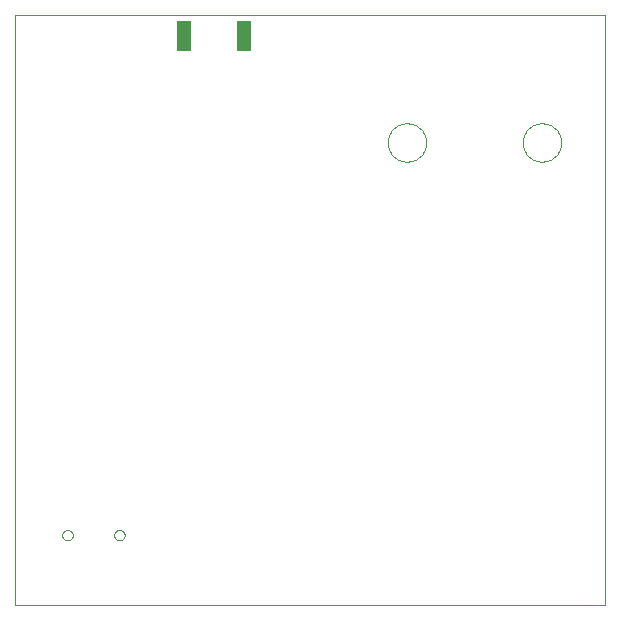
<source format=gbp>
G75*
G70*
%OFA0B0*%
%FSLAX24Y24*%
%IPPOS*%
%LPD*%
%AMOC8*
5,1,8,0,0,1.08239X$1,22.5*
%
%ADD10C,0.0000*%
%ADD11R,0.0500X0.1000*%
D10*
X000877Y000978D02*
X000877Y020663D01*
X020562Y020663D01*
X020562Y000978D01*
X000877Y000978D01*
X002456Y003313D02*
X002458Y003339D01*
X002464Y003365D01*
X002474Y003390D01*
X002487Y003413D01*
X002503Y003433D01*
X002523Y003451D01*
X002545Y003466D01*
X002568Y003478D01*
X002594Y003486D01*
X002620Y003490D01*
X002646Y003490D01*
X002672Y003486D01*
X002698Y003478D01*
X002722Y003466D01*
X002743Y003451D01*
X002763Y003433D01*
X002779Y003413D01*
X002792Y003390D01*
X002802Y003365D01*
X002808Y003339D01*
X002810Y003313D01*
X002808Y003287D01*
X002802Y003261D01*
X002792Y003236D01*
X002779Y003213D01*
X002763Y003193D01*
X002743Y003175D01*
X002721Y003160D01*
X002698Y003148D01*
X002672Y003140D01*
X002646Y003136D01*
X002620Y003136D01*
X002594Y003140D01*
X002568Y003148D01*
X002544Y003160D01*
X002523Y003175D01*
X002503Y003193D01*
X002487Y003213D01*
X002474Y003236D01*
X002464Y003261D01*
X002458Y003287D01*
X002456Y003313D01*
X004188Y003313D02*
X004190Y003339D01*
X004196Y003365D01*
X004206Y003390D01*
X004219Y003413D01*
X004235Y003433D01*
X004255Y003451D01*
X004277Y003466D01*
X004300Y003478D01*
X004326Y003486D01*
X004352Y003490D01*
X004378Y003490D01*
X004404Y003486D01*
X004430Y003478D01*
X004454Y003466D01*
X004475Y003451D01*
X004495Y003433D01*
X004511Y003413D01*
X004524Y003390D01*
X004534Y003365D01*
X004540Y003339D01*
X004542Y003313D01*
X004540Y003287D01*
X004534Y003261D01*
X004524Y003236D01*
X004511Y003213D01*
X004495Y003193D01*
X004475Y003175D01*
X004453Y003160D01*
X004430Y003148D01*
X004404Y003140D01*
X004378Y003136D01*
X004352Y003136D01*
X004326Y003140D01*
X004300Y003148D01*
X004276Y003160D01*
X004255Y003175D01*
X004235Y003193D01*
X004219Y003213D01*
X004206Y003236D01*
X004196Y003261D01*
X004190Y003287D01*
X004188Y003313D01*
X013310Y016402D02*
X013312Y016452D01*
X013318Y016502D01*
X013328Y016551D01*
X013341Y016600D01*
X013359Y016647D01*
X013380Y016693D01*
X013404Y016736D01*
X013432Y016778D01*
X013463Y016818D01*
X013497Y016855D01*
X013534Y016889D01*
X013574Y016920D01*
X013616Y016948D01*
X013659Y016972D01*
X013705Y016993D01*
X013752Y017011D01*
X013801Y017024D01*
X013850Y017034D01*
X013900Y017040D01*
X013950Y017042D01*
X014000Y017040D01*
X014050Y017034D01*
X014099Y017024D01*
X014148Y017011D01*
X014195Y016993D01*
X014241Y016972D01*
X014284Y016948D01*
X014326Y016920D01*
X014366Y016889D01*
X014403Y016855D01*
X014437Y016818D01*
X014468Y016778D01*
X014496Y016736D01*
X014520Y016693D01*
X014541Y016647D01*
X014559Y016600D01*
X014572Y016551D01*
X014582Y016502D01*
X014588Y016452D01*
X014590Y016402D01*
X014588Y016352D01*
X014582Y016302D01*
X014572Y016253D01*
X014559Y016204D01*
X014541Y016157D01*
X014520Y016111D01*
X014496Y016068D01*
X014468Y016026D01*
X014437Y015986D01*
X014403Y015949D01*
X014366Y015915D01*
X014326Y015884D01*
X014284Y015856D01*
X014241Y015832D01*
X014195Y015811D01*
X014148Y015793D01*
X014099Y015780D01*
X014050Y015770D01*
X014000Y015764D01*
X013950Y015762D01*
X013900Y015764D01*
X013850Y015770D01*
X013801Y015780D01*
X013752Y015793D01*
X013705Y015811D01*
X013659Y015832D01*
X013616Y015856D01*
X013574Y015884D01*
X013534Y015915D01*
X013497Y015949D01*
X013463Y015986D01*
X013432Y016026D01*
X013404Y016068D01*
X013380Y016111D01*
X013359Y016157D01*
X013341Y016204D01*
X013328Y016253D01*
X013318Y016302D01*
X013312Y016352D01*
X013310Y016402D01*
X017810Y016402D02*
X017812Y016452D01*
X017818Y016502D01*
X017828Y016551D01*
X017841Y016600D01*
X017859Y016647D01*
X017880Y016693D01*
X017904Y016736D01*
X017932Y016778D01*
X017963Y016818D01*
X017997Y016855D01*
X018034Y016889D01*
X018074Y016920D01*
X018116Y016948D01*
X018159Y016972D01*
X018205Y016993D01*
X018252Y017011D01*
X018301Y017024D01*
X018350Y017034D01*
X018400Y017040D01*
X018450Y017042D01*
X018500Y017040D01*
X018550Y017034D01*
X018599Y017024D01*
X018648Y017011D01*
X018695Y016993D01*
X018741Y016972D01*
X018784Y016948D01*
X018826Y016920D01*
X018866Y016889D01*
X018903Y016855D01*
X018937Y016818D01*
X018968Y016778D01*
X018996Y016736D01*
X019020Y016693D01*
X019041Y016647D01*
X019059Y016600D01*
X019072Y016551D01*
X019082Y016502D01*
X019088Y016452D01*
X019090Y016402D01*
X019088Y016352D01*
X019082Y016302D01*
X019072Y016253D01*
X019059Y016204D01*
X019041Y016157D01*
X019020Y016111D01*
X018996Y016068D01*
X018968Y016026D01*
X018937Y015986D01*
X018903Y015949D01*
X018866Y015915D01*
X018826Y015884D01*
X018784Y015856D01*
X018741Y015832D01*
X018695Y015811D01*
X018648Y015793D01*
X018599Y015780D01*
X018550Y015770D01*
X018500Y015764D01*
X018450Y015762D01*
X018400Y015764D01*
X018350Y015770D01*
X018301Y015780D01*
X018252Y015793D01*
X018205Y015811D01*
X018159Y015832D01*
X018116Y015856D01*
X018074Y015884D01*
X018034Y015915D01*
X017997Y015949D01*
X017963Y015986D01*
X017932Y016026D01*
X017904Y016068D01*
X017880Y016111D01*
X017859Y016157D01*
X017841Y016204D01*
X017828Y016253D01*
X017818Y016302D01*
X017812Y016352D01*
X017810Y016402D01*
D11*
X008510Y019963D03*
X006510Y019963D03*
M02*

</source>
